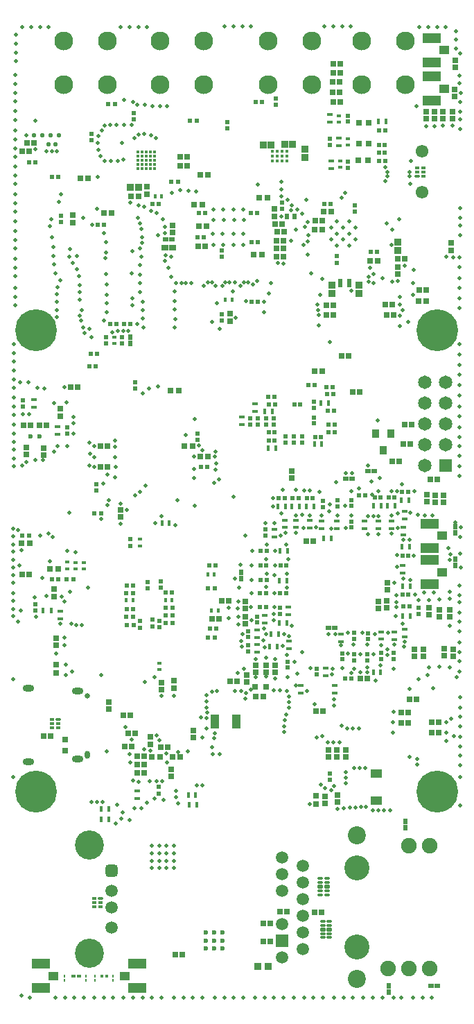
<source format=gbs>
G04*
G04 #@! TF.GenerationSoftware,Altium Limited,Altium Designer,24.9.1 (31)*
G04*
G04 Layer_Color=16711935*
%FSLAX44Y44*%
%MOMM*%
G71*
G04*
G04 #@! TF.SameCoordinates,418AA1D6-F79E-4CCF-963D-19B387831215*
G04*
G04*
G04 #@! TF.FilePolarity,Negative*
G04*
G01*
G75*
%ADD29R,0.6750X0.4500*%
%ADD30R,0.5000X0.4000*%
%ADD38R,0.7154X0.6725*%
%ADD39R,0.5200X0.5200*%
%ADD44R,0.6725X0.7154*%
%ADD49R,0.5541X0.4627*%
%ADD50R,0.2627X0.3541*%
%ADD52R,0.5200X0.5200*%
%ADD54R,0.4725X0.5153*%
%ADD69R,0.4000X0.5000*%
%ADD71R,0.6000X0.5500*%
%ADD84R,0.5153X0.4725*%
%ADD90R,0.5811X0.5121*%
%ADD93R,0.5121X0.5811*%
%ADD109R,1.1046X1.7062*%
%ADD122R,0.6153X0.5725*%
%ADD126R,0.4500X0.6750*%
%ADD135R,0.4100X0.6600*%
%ADD153R,0.6500X0.7000*%
%ADD154R,0.6200X0.6600*%
%ADD156R,0.6500X0.6500*%
%ADD157R,0.7500X0.7000*%
%ADD158R,0.8600X0.8200*%
%ADD160R,0.7000X0.7500*%
%ADD161R,0.7500X0.8000*%
%ADD162R,0.9000X1.0000*%
%ADD163R,0.7000X0.6500*%
%ADD166R,0.6500X0.6000*%
%ADD167R,0.8000X0.7500*%
%ADD175R,0.7750X0.7000*%
%ADD176R,0.6000X0.6500*%
%ADD180R,1.1500X1.1000*%
%ADD181R,2.3000X1.1500*%
%ADD194R,1.1500X1.1000*%
%ADD195R,2.3000X1.1500*%
%ADD197C,2.3000*%
G04:AMPARAMS|DCode=198|XSize=0.8mm|YSize=1.4mm|CornerRadius=0.4mm|HoleSize=0mm|Usage=FLASHONLY|Rotation=270.000|XOffset=0mm|YOffset=0mm|HoleType=Round|Shape=RoundedRectangle|*
%AMROUNDEDRECTD198*
21,1,0.8000,0.6000,0,0,270.0*
21,1,0.0000,1.4000,0,0,270.0*
1,1,0.8000,-0.3000,0.0000*
1,1,0.8000,-0.3000,0.0000*
1,1,0.8000,0.3000,0.0000*
1,1,0.8000,0.3000,0.0000*
%
%ADD198ROUNDEDRECTD198*%
G04:AMPARAMS|DCode=199|XSize=0.95mm|YSize=0.65mm|CornerRadius=0.325mm|HoleSize=0mm|Usage=FLASHONLY|Rotation=270.000|XOffset=0mm|YOffset=0mm|HoleType=Round|Shape=RoundedRectangle|*
%AMROUNDEDRECTD199*
21,1,0.9500,0.0000,0,0,270.0*
21,1,0.3000,0.6500,0,0,270.0*
1,1,0.6500,0.0000,-0.1500*
1,1,0.6500,0.0000,0.1500*
1,1,0.6500,0.0000,0.1500*
1,1,0.6500,0.0000,-0.1500*
%
%ADD199ROUNDEDRECTD199*%
%ADD200C,0.6500*%
%ADD201C,3.5500*%
G04:AMPARAMS|DCode=202|XSize=1.52mm|YSize=1.52mm|CornerRadius=0.405mm|HoleSize=0mm|Usage=FLASHONLY|Rotation=270.000|XOffset=0mm|YOffset=0mm|HoleType=Round|Shape=RoundedRectangle|*
%AMROUNDEDRECTD202*
21,1,1.5200,0.7100,0,0,270.0*
21,1,0.7100,1.5200,0,0,270.0*
1,1,0.8100,-0.3550,-0.3550*
1,1,0.8100,-0.3550,0.3550*
1,1,0.8100,0.3550,0.3550*
1,1,0.8100,0.3550,-0.3550*
%
%ADD202ROUNDEDRECTD202*%
%ADD203C,1.5200*%
%ADD204C,1.5000*%
%ADD205R,1.5000X1.5000*%
%ADD206C,2.2000*%
%ADD207C,1.9000*%
%ADD208C,3.0500*%
%ADD209C,0.5000*%
%ADD210R,1.6500X1.6500*%
%ADD211C,1.6500*%
%ADD212C,1.5500*%
%ADD213C,0.5064*%
%ADD214C,0.4064*%
%ADD215C,0.5500*%
%ADD216C,0.6000*%
%ADD217C,5.1000*%
%ADD245R,0.7000X0.7000*%
%ADD248R,0.7811X0.7121*%
%ADD250R,0.3500X0.4000*%
%ADD252R,0.8500X0.9000*%
%ADD257R,0.7000X0.7000*%
%ADD258R,1.3500X1.1000*%
%ADD259R,0.7393X0.6725*%
%ADD260R,0.5274X0.6725*%
%ADD261R,0.5000X1.0000*%
%ADD264R,0.6500X0.6500*%
%ADD265R,0.8200X0.8600*%
%ADD266R,0.8200X0.8200*%
%ADD267R,0.8500X0.8000*%
G04:AMPARAMS|DCode=268|XSize=0.4mm|YSize=0.62mm|CornerRadius=0.0995mm|HoleSize=0mm|Usage=FLASHONLY|Rotation=270.000|XOffset=0mm|YOffset=0mm|HoleType=Round|Shape=RoundedRectangle|*
%AMROUNDEDRECTD268*
21,1,0.4000,0.4210,0,0,270.0*
21,1,0.2010,0.6200,0,0,270.0*
1,1,0.1990,-0.2105,-0.1005*
1,1,0.1990,-0.2105,0.1005*
1,1,0.1990,0.2105,0.1005*
1,1,0.1990,0.2105,-0.1005*
%
%ADD268ROUNDEDRECTD268*%
G04:AMPARAMS|DCode=269|XSize=0.4mm|YSize=0.59mm|CornerRadius=0.0995mm|HoleSize=0mm|Usage=FLASHONLY|Rotation=270.000|XOffset=0mm|YOffset=0mm|HoleType=Round|Shape=RoundedRectangle|*
%AMROUNDEDRECTD269*
21,1,0.4000,0.3910,0,0,270.0*
21,1,0.2010,0.5900,0,0,270.0*
1,1,0.1990,-0.1955,-0.1005*
1,1,0.1990,-0.1955,0.1005*
1,1,0.1990,0.1955,0.1005*
1,1,0.1990,0.1955,-0.1005*
%
%ADD269ROUNDEDRECTD269*%
G04:AMPARAMS|DCode=270|XSize=0.3mm|YSize=0.665mm|CornerRadius=0.1mm|HoleSize=0mm|Usage=FLASHONLY|Rotation=270.000|XOffset=0mm|YOffset=0mm|HoleType=Round|Shape=RoundedRectangle|*
%AMROUNDEDRECTD270*
21,1,0.3000,0.4650,0,0,270.0*
21,1,0.1000,0.6650,0,0,270.0*
1,1,0.2000,-0.2325,-0.0500*
1,1,0.2000,-0.2325,0.0500*
1,1,0.2000,0.2325,0.0500*
1,1,0.2000,0.2325,-0.0500*
%
%ADD270ROUNDEDRECTD270*%
G04:AMPARAMS|DCode=271|XSize=0.5mm|YSize=0.665mm|CornerRadius=0.1mm|HoleSize=0mm|Usage=FLASHONLY|Rotation=270.000|XOffset=0mm|YOffset=0mm|HoleType=Round|Shape=RoundedRectangle|*
%AMROUNDEDRECTD271*
21,1,0.5000,0.4650,0,0,270.0*
21,1,0.3000,0.6650,0,0,270.0*
1,1,0.2000,-0.2325,-0.1500*
1,1,0.2000,-0.2325,0.1500*
1,1,0.2000,0.2325,0.1500*
1,1,0.2000,0.2325,-0.1500*
%
%ADD271ROUNDEDRECTD271*%
%ADD272R,0.7500X0.7500*%
%ADD273R,0.7500X0.7500*%
D29*
X395000Y795375D02*
D03*
Y804625D02*
D03*
X405000Y832625D02*
D03*
Y823375D02*
D03*
X394000Y861625D02*
D03*
Y852375D02*
D03*
X286000Y492375D02*
D03*
Y483125D02*
D03*
X302000Y508625D02*
D03*
Y499375D02*
D03*
X32000Y513589D02*
D03*
Y504339D02*
D03*
X314000Y250153D02*
D03*
Y240902D02*
D03*
X484830Y376875D02*
D03*
Y367625D02*
D03*
X483454Y348659D02*
D03*
Y357910D02*
D03*
X483000Y302000D02*
D03*
Y311250D02*
D03*
X485000Y233507D02*
D03*
Y224257D02*
D03*
X344101Y209375D02*
D03*
Y218625D02*
D03*
X304625Y205425D02*
D03*
Y214675D02*
D03*
Y232110D02*
D03*
Y222860D02*
D03*
X469000Y365625D02*
D03*
Y356375D02*
D03*
X453000Y365125D02*
D03*
Y355875D02*
D03*
X339000Y366625D02*
D03*
Y357375D02*
D03*
X369000Y365875D02*
D03*
Y356625D02*
D03*
X352000Y366625D02*
D03*
Y357375D02*
D03*
X388730Y176943D02*
D03*
Y186193D02*
D03*
X326238Y346125D02*
D03*
Y355375D02*
D03*
X407653Y218378D02*
D03*
Y227628D02*
D03*
X472353Y220382D02*
D03*
Y229632D02*
D03*
X383942Y365125D02*
D03*
Y355875D02*
D03*
X435754Y365443D02*
D03*
Y356194D02*
D03*
X456131Y221037D02*
D03*
Y230287D02*
D03*
X402000Y365625D02*
D03*
Y356375D02*
D03*
X343000Y260625D02*
D03*
Y251375D02*
D03*
X400000Y155375D02*
D03*
Y164625D02*
D03*
X357830Y155750D02*
D03*
Y165000D02*
D03*
X61193Y480250D02*
D03*
Y471000D02*
D03*
X157966Y26912D02*
D03*
Y36161D02*
D03*
X64080Y246393D02*
D03*
Y255643D02*
D03*
D30*
X406000Y796907D02*
D03*
Y804907D02*
D03*
X416000Y832000D02*
D03*
Y824000D02*
D03*
X405000Y860000D02*
D03*
Y852000D02*
D03*
X129964Y581770D02*
D03*
Y589770D02*
D03*
X185080Y184018D02*
D03*
X92760Y314655D02*
D03*
X82680D02*
D03*
X73080Y315018D02*
D03*
X162080Y343018D02*
D03*
X82680Y306655D02*
D03*
X92760D02*
D03*
X185080Y192018D02*
D03*
X73080Y307018D02*
D03*
X162080Y335018D02*
D03*
D38*
X216214Y456700D02*
D03*
X225786D02*
D03*
X307715Y760000D02*
D03*
X317286D02*
D03*
X237652Y751202D02*
D03*
X228081D02*
D03*
X300964Y690597D02*
D03*
X310536D02*
D03*
X395785Y742770D02*
D03*
X386214D02*
D03*
X384786Y720770D02*
D03*
X375215D02*
D03*
X502215Y634000D02*
D03*
X511786D02*
D03*
X452286Y683000D02*
D03*
X442715D02*
D03*
X26786Y338000D02*
D03*
X17215D02*
D03*
X51876Y307222D02*
D03*
X61447D02*
D03*
D39*
X240000Y712000D02*
D03*
X232000D02*
D03*
X123000Y874000D02*
D03*
X131000D02*
D03*
X223000Y854000D02*
D03*
X231000D02*
D03*
X311000Y877000D02*
D03*
X303000D02*
D03*
X192874Y277757D02*
D03*
X200874D02*
D03*
X193393Y259429D02*
D03*
X201393D02*
D03*
X153759Y238398D02*
D03*
X145759D02*
D03*
X153067Y248140D02*
D03*
X145067D02*
D03*
X62000Y785000D02*
D03*
X54000D02*
D03*
X132964Y605589D02*
D03*
X124964D02*
D03*
X141964Y605589D02*
D03*
X149964D02*
D03*
X107469Y553770D02*
D03*
X99469D02*
D03*
X109262Y569495D02*
D03*
X101262D02*
D03*
X305750Y705596D02*
D03*
X297750D02*
D03*
X298000Y633000D02*
D03*
X306000D02*
D03*
X304750Y741096D02*
D03*
X296750D02*
D03*
X241500D02*
D03*
X233500D02*
D03*
X451500Y694270D02*
D03*
X443500D02*
D03*
X118000Y727250D02*
D03*
X110000D02*
D03*
X26000Y348000D02*
D03*
X18000D02*
D03*
X145190Y286672D02*
D03*
X153190D02*
D03*
X145000Y277623D02*
D03*
X153000D02*
D03*
X246080Y311018D02*
D03*
X254080D02*
D03*
X201330Y250415D02*
D03*
X193330D02*
D03*
X201181Y241164D02*
D03*
X193181D02*
D03*
X245080Y283018D02*
D03*
X253080D02*
D03*
X145314Y257487D02*
D03*
X153314D02*
D03*
X245080Y223018D02*
D03*
X253080D02*
D03*
X255080Y234018D02*
D03*
X53876Y294426D02*
D03*
X80080D02*
D03*
X72080D02*
D03*
X247080Y234018D02*
D03*
X61876Y294426D02*
D03*
D44*
X170000Y773810D02*
D03*
Y764238D02*
D03*
X326000Y746786D02*
D03*
Y737214D02*
D03*
X64000Y493214D02*
D03*
Y502785D02*
D03*
X377000Y29786D02*
D03*
Y20215D02*
D03*
X272000Y609215D02*
D03*
Y618786D02*
D03*
X542000Y704786D02*
D03*
Y695214D02*
D03*
D49*
X87543Y-189750D02*
D03*
X80457D02*
D03*
D50*
X96000Y-190207D02*
D03*
Y-195293D02*
D03*
X129000Y-190207D02*
D03*
Y-195293D02*
D03*
X107000Y-190207D02*
D03*
Y-195293D02*
D03*
X69000Y-190207D02*
D03*
Y-195293D02*
D03*
D52*
X102750Y838000D02*
D03*
Y830000D02*
D03*
X154000Y855546D02*
D03*
Y863546D02*
D03*
X268000Y852608D02*
D03*
Y844608D02*
D03*
X162072Y243288D02*
D03*
Y235289D02*
D03*
X108000Y410609D02*
D03*
Y402609D02*
D03*
X73000Y480000D02*
D03*
Y472000D02*
D03*
X18714Y505000D02*
D03*
Y513000D02*
D03*
X155964Y526770D02*
D03*
Y534770D02*
D03*
X328000Y873000D02*
D03*
Y881000D02*
D03*
X261400Y610000D02*
D03*
Y618000D02*
D03*
X261192Y695596D02*
D03*
Y687596D02*
D03*
X402000Y688500D02*
D03*
Y680500D02*
D03*
X424000Y742770D02*
D03*
Y750770D02*
D03*
X34080Y256018D02*
D03*
Y264018D02*
D03*
X335000Y746362D02*
D03*
Y754362D02*
D03*
X65000Y738000D02*
D03*
Y730000D02*
D03*
X184768Y41037D02*
D03*
Y33037D02*
D03*
X185657Y235455D02*
D03*
Y243455D02*
D03*
X186719Y291699D02*
D03*
Y283699D02*
D03*
X170980Y291238D02*
D03*
Y283238D02*
D03*
X176613Y236889D02*
D03*
Y244889D02*
D03*
X150080Y335018D02*
D03*
Y343018D02*
D03*
D54*
X120219Y589556D02*
D03*
Y581985D02*
D03*
X139719D02*
D03*
Y589556D02*
D03*
D69*
X188000Y762000D02*
D03*
X180000D02*
D03*
X274179Y635113D02*
D03*
X266180D02*
D03*
X244680Y300018D02*
D03*
X252680D02*
D03*
X249080Y256018D02*
D03*
X257080D02*
D03*
X145013Y268478D02*
D03*
X153013D02*
D03*
X200951Y268572D02*
D03*
X192951D02*
D03*
D71*
X26645Y803000D02*
D03*
X34145D02*
D03*
X243750Y431000D02*
D03*
X236250D02*
D03*
D84*
X184701Y752681D02*
D03*
X177130D02*
D03*
X394686Y752688D02*
D03*
X387114D02*
D03*
D90*
X460750Y814618D02*
D03*
X453439D02*
D03*
X460750Y824547D02*
D03*
X453439D02*
D03*
X461000Y842000D02*
D03*
X453689D02*
D03*
X461014Y804727D02*
D03*
X453703D02*
D03*
X319039Y473876D02*
D03*
X326349D02*
D03*
X319039Y464000D02*
D03*
X326349D02*
D03*
X357655Y508000D02*
D03*
X350345D02*
D03*
X397655Y520000D02*
D03*
X390345D02*
D03*
X392345Y483000D02*
D03*
X399655D02*
D03*
X319345Y508000D02*
D03*
X326655D02*
D03*
X392345Y474000D02*
D03*
X399655D02*
D03*
X375650Y468146D02*
D03*
X382960D02*
D03*
X489188Y401051D02*
D03*
X481878D02*
D03*
X482345Y323382D02*
D03*
X489655D02*
D03*
X482345Y275274D02*
D03*
X489655D02*
D03*
X490656Y261040D02*
D03*
X483344D02*
D03*
X455655Y394000D02*
D03*
X448345D02*
D03*
X465344D02*
D03*
X472656D02*
D03*
X372655Y393000D02*
D03*
X365345D02*
D03*
X348344D02*
D03*
X355656D02*
D03*
X338655D02*
D03*
X331345D02*
D03*
X332847Y276994D02*
D03*
X340158D02*
D03*
X429344Y397000D02*
D03*
X436655D02*
D03*
X309345Y329000D02*
D03*
X316655D02*
D03*
X309345Y293000D02*
D03*
X316655D02*
D03*
X308363Y277000D02*
D03*
X315673D02*
D03*
X333345Y311000D02*
D03*
X340655D02*
D03*
X308852D02*
D03*
X316162D02*
D03*
X308344Y260000D02*
D03*
X315656D02*
D03*
X412345Y173000D02*
D03*
X419655D02*
D03*
X325905Y517000D02*
D03*
X318594D02*
D03*
X374655Y531000D02*
D03*
X367345D02*
D03*
X389595Y529000D02*
D03*
X396905D02*
D03*
X391345Y500000D02*
D03*
X398655D02*
D03*
D93*
X416000Y796502D02*
D03*
Y803812D02*
D03*
X394000Y831655D02*
D03*
Y824345D02*
D03*
X415926Y860186D02*
D03*
Y852875D02*
D03*
X360198Y461212D02*
D03*
Y468523D02*
D03*
X339902Y460964D02*
D03*
Y468275D02*
D03*
X296000Y483345D02*
D03*
Y490655D02*
D03*
X305903Y490655D02*
D03*
Y483344D02*
D03*
X315497Y490655D02*
D03*
Y483345D02*
D03*
X325000D02*
D03*
Y490655D02*
D03*
X232000Y464344D02*
D03*
Y471655D02*
D03*
X350000Y468655D02*
D03*
Y461344D02*
D03*
X374000Y510655D02*
D03*
Y503345D02*
D03*
X304508Y248655D02*
D03*
Y241345D02*
D03*
X294000Y206345D02*
D03*
Y213655D02*
D03*
X294063Y231140D02*
D03*
Y223829D02*
D03*
X377232Y177845D02*
D03*
Y185156D02*
D03*
X315238Y347845D02*
D03*
Y355155D02*
D03*
X342000Y186345D02*
D03*
Y193655D02*
D03*
X456000Y197094D02*
D03*
Y204405D02*
D03*
X385000Y389655D02*
D03*
Y382345D02*
D03*
X472000Y197094D02*
D03*
Y204405D02*
D03*
X409000Y196595D02*
D03*
Y203905D02*
D03*
X403000Y390745D02*
D03*
Y383433D02*
D03*
X420225Y364905D02*
D03*
Y357595D02*
D03*
X420000Y391038D02*
D03*
Y383728D02*
D03*
X423000Y221345D02*
D03*
Y228655D02*
D03*
X423125Y195143D02*
D03*
Y202453D02*
D03*
X440624Y221121D02*
D03*
Y228432D02*
D03*
X439000Y195413D02*
D03*
Y202723D02*
D03*
X332376Y259655D02*
D03*
Y252345D02*
D03*
X502000Y259311D02*
D03*
Y252000D02*
D03*
X394000Y49681D02*
D03*
Y56991D02*
D03*
X374000Y491655D02*
D03*
Y484345D02*
D03*
D109*
X252992Y121000D02*
D03*
X279008D02*
D03*
D122*
X199714Y779458D02*
D03*
X208286D02*
D03*
X114285Y374525D02*
D03*
X105715D02*
D03*
D126*
X462000Y853000D02*
D03*
X452750D02*
D03*
X318020Y454107D02*
D03*
X327271D02*
D03*
X383930Y459000D02*
D03*
X374680D02*
D03*
X382375Y509000D02*
D03*
X391625D02*
D03*
X329625Y212000D02*
D03*
X320375D02*
D03*
X395390Y344308D02*
D03*
X386140D02*
D03*
X323625Y499000D02*
D03*
X314375D02*
D03*
X197625Y363000D02*
D03*
X188375D02*
D03*
X455875Y180636D02*
D03*
X446625D02*
D03*
X331972Y240655D02*
D03*
X341222D02*
D03*
X490239Y391051D02*
D03*
X480989D02*
D03*
X482125Y334000D02*
D03*
X491375D02*
D03*
X482375Y285423D02*
D03*
X491625D02*
D03*
Y249000D02*
D03*
X482375D02*
D03*
X322125Y227000D02*
D03*
X331375D02*
D03*
X456625Y384426D02*
D03*
X447375D02*
D03*
X464375D02*
D03*
X473625D02*
D03*
X374090Y383375D02*
D03*
X364840D02*
D03*
X347375D02*
D03*
X356625D02*
D03*
X339822Y383250D02*
D03*
X330573D02*
D03*
X333125Y329000D02*
D03*
X342375D02*
D03*
X331625Y292867D02*
D03*
X340875D02*
D03*
X123768Y1411D02*
D03*
X114518D02*
D03*
X123768Y14412D02*
D03*
X114518D02*
D03*
X230790Y19287D02*
D03*
X221540D02*
D03*
X229837Y30787D02*
D03*
X220587D02*
D03*
D135*
X42868Y255975D02*
D03*
X52968D02*
D03*
D153*
X546000Y883750D02*
D03*
Y892250D02*
D03*
X124000Y135750D02*
D03*
Y144250D02*
D03*
X547000Y918750D02*
D03*
Y927250D02*
D03*
X138250Y379000D02*
D03*
Y370500D02*
D03*
X201250Y717750D02*
D03*
Y726250D02*
D03*
X477000Y666750D02*
D03*
Y675250D02*
D03*
X59000Y213750D02*
D03*
Y222250D02*
D03*
D154*
X149964Y589670D02*
D03*
Y581870D02*
D03*
D156*
X512000Y388970D02*
D03*
Y397970D02*
D03*
X532735Y387970D02*
D03*
Y396970D02*
D03*
D157*
X142893Y90412D02*
D03*
X151393D02*
D03*
X147052Y106412D02*
D03*
X155552D02*
D03*
X27836Y482375D02*
D03*
X19336D02*
D03*
X321250Y-148000D02*
D03*
X312750D02*
D03*
X383949Y548000D02*
D03*
X375449D02*
D03*
X484750Y482750D02*
D03*
X493250D02*
D03*
X321250Y-126000D02*
D03*
X312750D02*
D03*
X341250Y-111000D02*
D03*
X332750D02*
D03*
X374750Y-112000D02*
D03*
X383250D02*
D03*
X364750Y341000D02*
D03*
X373250D02*
D03*
X483550Y459000D02*
D03*
X492050D02*
D03*
X525250Y416000D02*
D03*
X516750D02*
D03*
X478250Y438000D02*
D03*
X469750D02*
D03*
X439250Y173000D02*
D03*
X430750D02*
D03*
X47264Y482000D02*
D03*
X38764D02*
D03*
X385250Y133000D02*
D03*
X376750D02*
D03*
X113750Y457000D02*
D03*
X122250D02*
D03*
X244250Y444000D02*
D03*
X235750D02*
D03*
X113750Y431000D02*
D03*
X122250D02*
D03*
X271437Y169750D02*
D03*
X279938D02*
D03*
X241000Y701078D02*
D03*
X232500D02*
D03*
X328750Y688000D02*
D03*
X337250D02*
D03*
X384250Y731770D02*
D03*
X375750D02*
D03*
X502750Y647000D02*
D03*
X511250D02*
D03*
X141495Y128066D02*
D03*
X149994D02*
D03*
X489500Y132000D02*
D03*
Y119000D02*
D03*
X518501Y120000D02*
D03*
Y107300D02*
D03*
X481000Y132000D02*
D03*
Y119000D02*
D03*
X527000Y120000D02*
D03*
Y107300D02*
D03*
X491300Y147520D02*
D03*
X499800D02*
D03*
D158*
X348277Y824754D02*
D03*
X338477D02*
D03*
X312100Y824000D02*
D03*
X321900D02*
D03*
X150260Y772362D02*
D03*
X160060D02*
D03*
D160*
X227247Y109661D02*
D03*
Y101161D02*
D03*
X203000Y161750D02*
D03*
Y170250D02*
D03*
X188169Y159750D02*
D03*
Y168250D02*
D03*
X521750Y856208D02*
D03*
Y864707D02*
D03*
X511000Y856208D02*
D03*
Y864707D02*
D03*
X290492Y248500D02*
D03*
Y240000D02*
D03*
X290000Y267250D02*
D03*
Y258750D02*
D03*
X303000Y180750D02*
D03*
Y189250D02*
D03*
X522000Y396720D02*
D03*
Y388220D02*
D03*
X347000Y417750D02*
D03*
Y426250D02*
D03*
X463000Y268373D02*
D03*
Y259873D02*
D03*
X327000Y180961D02*
D03*
Y189461D02*
D03*
X316000Y180961D02*
D03*
Y189461D02*
D03*
X497000Y200500D02*
D03*
Y209000D02*
D03*
X515000Y259250D02*
D03*
Y250750D02*
D03*
X544000Y209000D02*
D03*
Y200500D02*
D03*
X533000Y209250D02*
D03*
Y200750D02*
D03*
X508000Y209000D02*
D03*
Y200500D02*
D03*
X540050Y257250D02*
D03*
Y248750D02*
D03*
X527350Y257250D02*
D03*
Y248750D02*
D03*
X23000Y454831D02*
D03*
Y446331D02*
D03*
X44344Y454250D02*
D03*
Y445750D02*
D03*
X388000Y20750D02*
D03*
Y29250D02*
D03*
X403075Y31250D02*
D03*
Y22750D02*
D03*
X413000Y86250D02*
D03*
Y77750D02*
D03*
X402000Y86250D02*
D03*
Y77750D02*
D03*
X392000Y86222D02*
D03*
Y77721D02*
D03*
X292033Y177284D02*
D03*
Y168783D02*
D03*
X453000Y267373D02*
D03*
Y258873D02*
D03*
X532000Y856208D02*
D03*
Y864707D02*
D03*
X543196Y856457D02*
D03*
Y864957D02*
D03*
X200143Y53684D02*
D03*
Y62185D02*
D03*
X464000Y281750D02*
D03*
Y290250D02*
D03*
D161*
X79500Y738750D02*
D03*
Y729250D02*
D03*
X59000Y189750D02*
D03*
Y180250D02*
D03*
X57125Y272874D02*
D03*
Y282374D02*
D03*
D162*
X459000Y452000D02*
D03*
X468500Y472000D02*
D03*
X449500D02*
D03*
D163*
X219250Y810000D02*
D03*
X210750D02*
D03*
X430250Y523000D02*
D03*
X421750D02*
D03*
X416250Y567000D02*
D03*
X407750D02*
D03*
X398000Y923343D02*
D03*
X406500D02*
D03*
X398000Y912343D02*
D03*
X406500D02*
D03*
X397250Y889000D02*
D03*
X405750D02*
D03*
X398000Y877000D02*
D03*
X406500D02*
D03*
X397250Y901000D02*
D03*
X405750D02*
D03*
X52250Y103000D02*
D03*
X43750D02*
D03*
X23750Y827000D02*
D03*
X32250D02*
D03*
X210750Y799000D02*
D03*
X219250D02*
D03*
X235750Y788000D02*
D03*
X244250D02*
D03*
X26250Y300000D02*
D03*
X17750D02*
D03*
X157893Y58161D02*
D03*
X166393D02*
D03*
X213250Y-164170D02*
D03*
X204750D02*
D03*
X398250Y616650D02*
D03*
X389750D02*
D03*
X470300Y629350D02*
D03*
X461800D02*
D03*
X195393Y89411D02*
D03*
X186893D02*
D03*
X76714Y528770D02*
D03*
X85214D02*
D03*
X326885Y728167D02*
D03*
X335385D02*
D03*
X338134Y718211D02*
D03*
X329634D02*
D03*
X270330Y268018D02*
D03*
X261829D02*
D03*
X328384Y707826D02*
D03*
X336884D02*
D03*
X337250Y698000D02*
D03*
X328750D02*
D03*
X485250Y685000D02*
D03*
X476750D02*
D03*
X398200Y629000D02*
D03*
X389700D02*
D03*
X462750Y616650D02*
D03*
X471250D02*
D03*
X257896Y246331D02*
D03*
X249396D02*
D03*
X157893Y68161D02*
D03*
X166393D02*
D03*
Y78662D02*
D03*
X157893D02*
D03*
D166*
X193250Y709000D02*
D03*
X200750D02*
D03*
X524750Y-202250D02*
D03*
X517250D02*
D03*
X392250Y235000D02*
D03*
X399750D02*
D03*
X413250Y417000D02*
D03*
X420750D02*
D03*
X440000Y426000D02*
D03*
X447500D02*
D03*
D167*
X185893Y77411D02*
D03*
X176393D02*
D03*
X208797Y524770D02*
D03*
X199297D02*
D03*
X243311Y725036D02*
D03*
X233811D02*
D03*
X117250Y741000D02*
D03*
X126750D02*
D03*
X98000Y783765D02*
D03*
X88500D02*
D03*
D175*
X441000Y851000D02*
D03*
X429000D02*
D03*
X441000Y826000D02*
D03*
X429000D02*
D03*
X440625Y805657D02*
D03*
X428625D02*
D03*
D176*
X486000Y-1250D02*
D03*
Y-8750D02*
D03*
X466000Y-209750D02*
D03*
Y-202250D02*
D03*
X285000Y295500D02*
D03*
Y303000D02*
D03*
X547000Y318750D02*
D03*
Y311250D02*
D03*
Y358500D02*
D03*
Y351000D02*
D03*
D180*
X531250Y347250D02*
D03*
X142750Y-189750D02*
D03*
X56250Y-189750D02*
D03*
X531250Y303000D02*
D03*
D181*
X516000Y362000D02*
D03*
Y332500D02*
D03*
X158000Y-175000D02*
D03*
Y-204500D02*
D03*
X41000Y-204500D02*
D03*
Y-175000D02*
D03*
X516000Y317750D02*
D03*
Y288250D02*
D03*
D194*
X533250Y893000D02*
D03*
Y940000D02*
D03*
D195*
X518000Y878250D02*
D03*
Y907750D02*
D03*
Y954750D02*
D03*
Y925250D02*
D03*
D197*
X371650Y898350D02*
D03*
X318350D02*
D03*
X371650Y951650D02*
D03*
X318350D02*
D03*
X432350D02*
D03*
X485650D02*
D03*
X432350Y898350D02*
D03*
X485650D02*
D03*
X239300D02*
D03*
X186000D02*
D03*
X239300Y951650D02*
D03*
X186000D02*
D03*
X121650Y898350D02*
D03*
X68350D02*
D03*
X121650Y951650D02*
D03*
X68350D02*
D03*
D198*
X25624Y71473D02*
D03*
Y161273D02*
D03*
X85124Y75073D02*
D03*
Y157673D02*
D03*
D199*
X97624Y80373D02*
D03*
D200*
Y152373D02*
D03*
D201*
X99800Y-161700D02*
D03*
Y-30300D02*
D03*
D202*
X126900Y-61000D02*
D03*
D203*
Y-131000D02*
D03*
Y-86000D02*
D03*
Y-106000D02*
D03*
D204*
X335660Y-126136D02*
D03*
X361060Y-156616D02*
D03*
Y-136296D02*
D03*
Y-115976D02*
D03*
Y-95656D02*
D03*
Y-75336D02*
D03*
X335660Y-166776D02*
D03*
Y-85496D02*
D03*
Y-65176D02*
D03*
X361060Y-55016D02*
D03*
X335660Y-44856D02*
D03*
D205*
Y-146456D02*
D03*
D206*
X427100Y-17932D02*
D03*
Y-193700D02*
D03*
D207*
X516000Y-30632D02*
D03*
X490600D02*
D03*
Y-181000D02*
D03*
X516000D02*
D03*
X465200D02*
D03*
D208*
X427100Y-57556D02*
D03*
Y-154076D02*
D03*
D209*
X402500Y731270D02*
D03*
X395000Y723770D02*
D03*
Y708770D02*
D03*
X410000D02*
D03*
X402500Y701270D02*
D03*
X417500D02*
D03*
X425000Y708770D02*
D03*
Y723770D02*
D03*
X410000D02*
D03*
X417500Y731270D02*
D03*
Y716270D02*
D03*
X402500D02*
D03*
X47500Y816700D02*
D03*
X54000D02*
D03*
X60500D02*
D03*
X22450Y836500D02*
D03*
X34250Y853500D02*
D03*
Y819500D02*
D03*
X176000Y-58200D02*
D03*
Y-49200D02*
D03*
Y-40200D02*
D03*
Y-31200D02*
D03*
X185000Y-58200D02*
D03*
Y-49200D02*
D03*
Y-40200D02*
D03*
Y-31200D02*
D03*
X194000Y-58200D02*
D03*
Y-49200D02*
D03*
Y-40200D02*
D03*
Y-31200D02*
D03*
X203000Y-58200D02*
D03*
Y-49200D02*
D03*
Y-40200D02*
D03*
Y-31200D02*
D03*
D210*
X535400Y432800D02*
D03*
D211*
Y458200D02*
D03*
Y483600D02*
D03*
Y509000D02*
D03*
Y534400D02*
D03*
X510000Y432800D02*
D03*
Y458200D02*
D03*
Y483600D02*
D03*
Y509000D02*
D03*
Y534400D02*
D03*
D212*
X506500Y817000D02*
D03*
Y767000D02*
D03*
D213*
X192000Y683000D02*
D03*
X200000Y688000D02*
D03*
X192750Y689793D02*
D03*
X144143Y114099D02*
D03*
X499443Y871450D02*
D03*
X236000Y125411D02*
D03*
X552379Y900000D02*
D03*
X553394Y888021D02*
D03*
X552379Y909000D02*
D03*
X553000Y856000D02*
D03*
Y844000D02*
D03*
Y877000D02*
D03*
Y865000D02*
D03*
X548000Y963000D02*
D03*
Y953000D02*
D03*
Y942000D02*
D03*
X553000Y936000D02*
D03*
X535000Y968000D02*
D03*
X525000D02*
D03*
X514000D02*
D03*
X503000Y968000D02*
D03*
X419000Y969000D02*
D03*
X409000D02*
D03*
X398000D02*
D03*
X387000Y969000D02*
D03*
X297000Y969000D02*
D03*
X287000D02*
D03*
X276000D02*
D03*
X265000Y969000D02*
D03*
X170000Y968000D02*
D03*
X160000D02*
D03*
X149000D02*
D03*
X138000Y968000D02*
D03*
X50000Y968000D02*
D03*
X40000D02*
D03*
X29000D02*
D03*
X18000Y968000D02*
D03*
X10000Y927000D02*
D03*
Y937000D02*
D03*
Y948000D02*
D03*
X10000Y959000D02*
D03*
X9000Y910000D02*
D03*
X9000Y899000D02*
D03*
Y888000D02*
D03*
Y878000D02*
D03*
Y855000D02*
D03*
Y866000D02*
D03*
X142000Y879000D02*
D03*
X109351Y746520D02*
D03*
X13000Y242449D02*
D03*
X352000Y721000D02*
D03*
X192000Y717000D02*
D03*
X79000Y182000D02*
D03*
X141496Y806665D02*
D03*
X135000Y805000D02*
D03*
X139522Y826419D02*
D03*
X126159Y805040D02*
D03*
X118159D02*
D03*
X113159Y811040D02*
D03*
X111159Y818040D02*
D03*
X110159Y826419D02*
D03*
X111159Y835040D02*
D03*
X115159Y842040D02*
D03*
X118159Y848040D02*
D03*
X124909Y849075D02*
D03*
X133070Y849036D02*
D03*
X141958Y849035D02*
D03*
X151837Y848797D02*
D03*
X184000Y714000D02*
D03*
X167000Y749000D02*
D03*
X110000Y785000D02*
D03*
X195000Y872000D02*
D03*
X186000D02*
D03*
X177000D02*
D03*
X168000Y873000D02*
D03*
X158400D02*
D03*
X153000Y877171D02*
D03*
X181500Y833000D02*
D03*
X175250Y836000D02*
D03*
X167096Y838129D02*
D03*
X159926Y837013D02*
D03*
X155000Y833000D02*
D03*
X238000Y451920D02*
D03*
X234000Y457372D02*
D03*
X297000Y160000D02*
D03*
X77586Y239909D02*
D03*
X278000Y158000D02*
D03*
X168000Y169000D02*
D03*
X276131Y395090D02*
D03*
X455000Y418000D02*
D03*
X394000Y583526D02*
D03*
X285531Y158000D02*
D03*
X290000Y149000D02*
D03*
X184000Y530000D02*
D03*
X173000Y527000D02*
D03*
X165000Y521000D02*
D03*
X472000Y-216160D02*
D03*
X458000D02*
D03*
X326091Y299556D02*
D03*
X237503Y43086D02*
D03*
X134927Y597262D02*
D03*
X141219Y597357D02*
D03*
X69022Y267141D02*
D03*
X378191Y629855D02*
D03*
X362845Y724719D02*
D03*
X483621Y342701D02*
D03*
X446821Y371535D02*
D03*
X439640Y180607D02*
D03*
X285212Y218643D02*
D03*
X540050Y237230D02*
D03*
X17879Y433000D02*
D03*
X13000Y354000D02*
D03*
X469046Y372436D02*
D03*
X439046Y186880D02*
D03*
X334823Y736763D02*
D03*
X342806Y318640D02*
D03*
X203184Y151863D02*
D03*
X188169Y152230D02*
D03*
X284378Y312124D02*
D03*
X277886Y294879D02*
D03*
X392177Y227408D02*
D03*
X193685Y81653D02*
D03*
X174188Y84974D02*
D03*
X185143Y97411D02*
D03*
X182143Y103412D02*
D03*
X149143Y80649D02*
D03*
X151302Y98413D02*
D03*
X65770Y273000D02*
D03*
X316000Y198469D02*
D03*
X327000Y173000D02*
D03*
X472673Y290250D02*
D03*
X449681Y171000D02*
D03*
X485250Y677000D02*
D03*
X270330Y259352D02*
D03*
X122250Y422230D02*
D03*
X131000Y463760D02*
D03*
X346298Y707205D02*
D03*
X336891Y679386D02*
D03*
X329956Y680451D02*
D03*
X23000Y437029D02*
D03*
X395337Y37000D02*
D03*
X405622Y95085D02*
D03*
X398333D02*
D03*
X346000Y744605D02*
D03*
X51876Y316000D02*
D03*
X42228Y296000D02*
D03*
X33000Y272000D02*
D03*
X147364Y597770D02*
D03*
X399000Y147902D02*
D03*
X347065Y237533D02*
D03*
X324797Y244030D02*
D03*
X313668Y234360D02*
D03*
X341000Y202000D02*
D03*
X496114Y323049D02*
D03*
X491375Y342378D02*
D03*
X498000Y275274D02*
D03*
X334230Y375023D02*
D03*
X544000Y687000D02*
D03*
X399000Y42000D02*
D03*
X313731Y210919D02*
D03*
X448575Y227511D02*
D03*
X464657Y229000D02*
D03*
X455875Y189000D02*
D03*
X365000Y757000D02*
D03*
X334000Y769768D02*
D03*
X334000Y779000D02*
D03*
X54000Y712000D02*
D03*
X211000Y769000D02*
D03*
X221000Y768000D02*
D03*
X230000Y767621D02*
D03*
X150000Y754148D02*
D03*
X160000Y750326D02*
D03*
X175000Y744000D02*
D03*
X182000Y741000D02*
D03*
X190000Y734000D02*
D03*
X192000Y724000D02*
D03*
X196000Y674000D02*
D03*
X200122Y663122D02*
D03*
X204000Y646000D02*
D03*
Y634000D02*
D03*
Y624000D02*
D03*
X205000Y612000D02*
D03*
X204000Y602000D02*
D03*
X162000Y729000D02*
D03*
X163000Y722000D02*
D03*
X164000Y705000D02*
D03*
X162000Y698000D02*
D03*
X163000Y688000D02*
D03*
X162000Y678000D02*
D03*
Y666000D02*
D03*
Y656000D02*
D03*
Y645000D02*
D03*
X165000Y632986D02*
D03*
Y623000D02*
D03*
Y613000D02*
D03*
X166000Y602000D02*
D03*
X128123Y595592D02*
D03*
X75980Y697000D02*
D03*
X63000Y755000D02*
D03*
X65000Y764000D02*
D03*
X119798Y705810D02*
D03*
X120000Y693000D02*
D03*
X119527Y686420D02*
D03*
X120411Y667118D02*
D03*
X121000Y654000D02*
D03*
Y641000D02*
D03*
Y631000D02*
D03*
Y620367D02*
D03*
X100000Y599520D02*
D03*
X102030Y590000D02*
D03*
X88000Y635515D02*
D03*
Y645000D02*
D03*
X87000Y664327D02*
D03*
X84475Y673000D02*
D03*
X79888Y680000D02*
D03*
X75000Y688000D02*
D03*
X56000Y700000D02*
D03*
Y689000D02*
D03*
X57000Y679000D02*
D03*
X58000Y668000D02*
D03*
X64000Y659476D02*
D03*
X61000Y651000D02*
D03*
X60000Y642000D02*
D03*
Y633000D02*
D03*
Y623000D02*
D03*
Y614044D02*
D03*
X94000Y595000D02*
D03*
X92000Y602000D02*
D03*
X205285Y360352D02*
D03*
X538351Y332250D02*
D03*
X381644Y641112D02*
D03*
X375000Y141770D02*
D03*
X384500Y102989D02*
D03*
X208519Y83455D02*
D03*
X483125Y295129D02*
D03*
X475000Y275000D02*
D03*
X98241Y284018D02*
D03*
X476241Y356581D02*
D03*
X315762Y284826D02*
D03*
X326357Y277203D02*
D03*
X403000Y372253D02*
D03*
X352000Y351379D02*
D03*
X339622Y350969D02*
D03*
X383149Y371897D02*
D03*
X326465Y311203D02*
D03*
X445050Y397556D02*
D03*
X336056Y213056D02*
D03*
X326045Y260091D02*
D03*
X472382Y214470D02*
D03*
X456028Y214198D02*
D03*
X407567Y213924D02*
D03*
X415645Y203493D02*
D03*
X439128Y214330D02*
D03*
X422884D02*
D03*
X362085Y402901D02*
D03*
X536000Y688000D02*
D03*
X114000Y177000D02*
D03*
X156000Y397000D02*
D03*
X162000Y401000D02*
D03*
X168223Y408223D02*
D03*
X229000Y490000D02*
D03*
X289000Y185000D02*
D03*
X281000Y180000D02*
D03*
X228409Y383815D02*
D03*
X377615Y101219D02*
D03*
X369215Y20215D02*
D03*
X519551Y161551D02*
D03*
X220143Y84382D02*
D03*
X238143Y101172D02*
D03*
X493000Y805000D02*
D03*
X492000Y777000D02*
D03*
X491212Y791328D02*
D03*
Y786172D02*
D03*
X305750Y776000D02*
D03*
X207000Y391000D02*
D03*
X379000Y623000D02*
D03*
X469000Y702500D02*
D03*
X458000Y662000D02*
D03*
X443000Y674000D02*
D03*
X483000Y623000D02*
D03*
X489026Y607974D02*
D03*
X470000Y721000D02*
D03*
X334000Y762000D02*
D03*
X371000Y667299D02*
D03*
X463000Y729000D02*
D03*
X270000Y247000D02*
D03*
X14750Y311000D02*
D03*
X50000Y350000D02*
D03*
X91000Y238170D02*
D03*
X64000Y240000D02*
D03*
X179119Y175295D02*
D03*
X252000Y412000D02*
D03*
X152244Y628948D02*
D03*
X91000Y623000D02*
D03*
X254000Y428000D02*
D03*
X55000Y346000D02*
D03*
X384193Y660577D02*
D03*
X419667Y646571D02*
D03*
X100207Y432964D02*
D03*
X101000Y447528D02*
D03*
X100000Y461000D02*
D03*
X106000Y431000D02*
D03*
Y443000D02*
D03*
X105419Y457000D02*
D03*
X258000Y416145D02*
D03*
X255000Y436000D02*
D03*
X254000Y450000D02*
D03*
X253000Y444000D02*
D03*
X288422Y657000D02*
D03*
X293578D02*
D03*
X282000Y267000D02*
D03*
Y248875D02*
D03*
X281000Y259000D02*
D03*
X69295Y528770D02*
D03*
X470000Y657378D02*
D03*
X477000Y658000D02*
D03*
X431000Y180636D02*
D03*
X540000Y279000D02*
D03*
X303000Y174649D02*
D03*
X316000Y175333D02*
D03*
X327000Y197034D02*
D03*
X303000Y197000D02*
D03*
X540379Y318000D02*
D03*
X547000Y364000D02*
D03*
X413250Y423987D02*
D03*
X420750Y424124D02*
D03*
X440000Y433000D02*
D03*
X452000Y488337D02*
D03*
X80000Y492000D02*
D03*
X440318Y349000D02*
D03*
X340875Y300780D02*
D03*
X469000Y350000D02*
D03*
X453000Y349000D02*
D03*
X325000Y159000D02*
D03*
X218000Y470123D02*
D03*
X351925Y165000D02*
D03*
X536000Y97000D02*
D03*
X471000Y107300D02*
D03*
X548270Y174988D02*
D03*
X513334Y177135D02*
D03*
X502000Y172362D02*
D03*
X84000Y238000D02*
D03*
X16000Y256000D02*
D03*
X47000Y274000D02*
D03*
X83000Y327248D02*
D03*
X73080Y329000D02*
D03*
X76000Y279000D02*
D03*
X180681Y363000D02*
D03*
X188000Y371000D02*
D03*
X495000Y656000D02*
D03*
X255900Y631000D02*
D03*
X278861Y613747D02*
D03*
X258800Y600000D02*
D03*
X250000Y608731D02*
D03*
X275000Y646000D02*
D03*
X319000Y643000D02*
D03*
X313000Y620000D02*
D03*
X313148Y633000D02*
D03*
X291217Y634000D02*
D03*
X342000Y757000D02*
D03*
X347000Y751000D02*
D03*
X353614Y745379D02*
D03*
X359683Y740444D02*
D03*
X118000Y610000D02*
D03*
X158000Y605589D02*
D03*
X17000Y330000D02*
D03*
X33430Y440174D02*
D03*
X42930Y439745D02*
D03*
X57000Y450000D02*
D03*
Y509000D02*
D03*
X72000Y510000D02*
D03*
X73000Y457000D02*
D03*
X60750D02*
D03*
X80000Y472000D02*
D03*
Y485000D02*
D03*
X15000Y535000D02*
D03*
X25250D02*
D03*
X36000Y528000D02*
D03*
X45000Y527000D02*
D03*
X26000Y496000D02*
D03*
X19000Y496000D02*
D03*
X201000Y765750D02*
D03*
X164373Y712000D02*
D03*
X152162Y694358D02*
D03*
X151780Y667684D02*
D03*
X152485Y636858D02*
D03*
X90059Y610074D02*
D03*
X87978Y616406D02*
D03*
X88000Y653087D02*
D03*
X85000Y689000D02*
D03*
X159000Y735000D02*
D03*
X103250Y727250D02*
D03*
X92000Y735000D02*
D03*
X52000Y725000D02*
D03*
X53000Y734000D02*
D03*
X117797Y717000D02*
D03*
X8000Y453000D02*
D03*
Y442000D02*
D03*
Y432000D02*
D03*
Y483000D02*
D03*
Y472000D02*
D03*
Y462000D02*
D03*
Y516000D02*
D03*
Y505000D02*
D03*
Y495000D02*
D03*
Y549000D02*
D03*
Y538000D02*
D03*
Y528000D02*
D03*
Y581000D02*
D03*
Y570000D02*
D03*
Y560000D02*
D03*
X9000Y650000D02*
D03*
Y639000D02*
D03*
Y629000D02*
D03*
Y731000D02*
D03*
Y698000D02*
D03*
Y708000D02*
D03*
Y719000D02*
D03*
Y664000D02*
D03*
Y674000D02*
D03*
Y685000D02*
D03*
Y764000D02*
D03*
Y753000D02*
D03*
Y743000D02*
D03*
Y798000D02*
D03*
Y787000D02*
D03*
Y777000D02*
D03*
Y810000D02*
D03*
Y820000D02*
D03*
Y831000D02*
D03*
X9000Y842000D02*
D03*
X553000Y735000D02*
D03*
Y747000D02*
D03*
Y714000D02*
D03*
Y726000D02*
D03*
X552000Y569000D02*
D03*
Y581000D02*
D03*
Y675000D02*
D03*
Y687000D02*
D03*
Y637000D02*
D03*
Y625000D02*
D03*
Y662000D02*
D03*
Y650000D02*
D03*
Y531000D02*
D03*
Y519000D02*
D03*
Y556000D02*
D03*
Y544000D02*
D03*
Y480000D02*
D03*
Y468000D02*
D03*
Y505000D02*
D03*
Y493000D02*
D03*
Y445000D02*
D03*
Y457000D02*
D03*
Y420000D02*
D03*
Y432000D02*
D03*
X553124Y345488D02*
D03*
X553600Y358168D02*
D03*
X553600Y308436D02*
D03*
X553000Y326000D02*
D03*
X552000Y275000D02*
D03*
Y287000D02*
D03*
Y231000D02*
D03*
Y243000D02*
D03*
Y266000D02*
D03*
Y254000D02*
D03*
Y182000D02*
D03*
Y194000D02*
D03*
Y217000D02*
D03*
Y205000D02*
D03*
X553000Y115000D02*
D03*
Y127000D02*
D03*
Y150000D02*
D03*
Y138000D02*
D03*
Y53000D02*
D03*
Y18000D02*
D03*
Y90000D02*
D03*
Y102000D02*
D03*
Y79000D02*
D03*
Y67000D02*
D03*
X481000Y-216160D02*
D03*
X446000D02*
D03*
X518000D02*
D03*
X507000D02*
D03*
X495000D02*
D03*
X373000D02*
D03*
X385000D02*
D03*
X362000D02*
D03*
X350000D02*
D03*
X422000D02*
D03*
X434000D02*
D03*
X411000D02*
D03*
X399000D02*
D03*
X302000D02*
D03*
X314000D02*
D03*
X337000D02*
D03*
X325000D02*
D03*
X253000D02*
D03*
X265000D02*
D03*
X288000D02*
D03*
X276000D02*
D03*
X203000D02*
D03*
X215000D02*
D03*
X238000D02*
D03*
X226000D02*
D03*
X153000D02*
D03*
X165000D02*
D03*
X188000D02*
D03*
X176000D02*
D03*
X106000D02*
D03*
X118000D02*
D03*
X141000D02*
D03*
X129000D02*
D03*
X81000D02*
D03*
X93000D02*
D03*
X70000D02*
D03*
X58000D02*
D03*
X27000D02*
D03*
X17000Y-214000D02*
D03*
X7000Y53000D02*
D03*
Y172000D02*
D03*
Y277000D02*
D03*
Y268000D02*
D03*
Y249000D02*
D03*
Y258000D02*
D03*
Y318000D02*
D03*
Y309000D02*
D03*
Y290000D02*
D03*
Y299000D02*
D03*
Y337000D02*
D03*
Y328000D02*
D03*
Y347000D02*
D03*
Y356000D02*
D03*
X40000Y348000D02*
D03*
X75253Y375289D02*
D03*
X124000Y391000D02*
D03*
X122000Y385000D02*
D03*
X114250Y367943D02*
D03*
X117000Y411000D02*
D03*
X120643Y84582D02*
D03*
X138250Y362000D02*
D03*
X146000Y379000D02*
D03*
X138185Y386591D02*
D03*
X540050Y270950D02*
D03*
X527350Y270000D02*
D03*
X514650Y269043D02*
D03*
X540050Y186665D02*
D03*
X527350Y187450D02*
D03*
X514650Y187103D02*
D03*
X484000Y212000D02*
D03*
X419655Y180000D02*
D03*
X366069Y158000D02*
D03*
X59000Y203733D02*
D03*
X69000Y222750D02*
D03*
X69750Y213750D02*
D03*
X70730Y177730D02*
D03*
X71182Y190270D02*
D03*
X545000Y102587D02*
D03*
X542000Y124000D02*
D03*
X536000Y120000D02*
D03*
X535650Y107300D02*
D03*
X500123Y68000D02*
D03*
Y75000D02*
D03*
X491300Y77300D02*
D03*
X471000Y120000D02*
D03*
X471700Y132700D02*
D03*
X491300Y160799D02*
D03*
X132143Y-3589D02*
D03*
X139143Y2162D02*
D03*
X140143Y9411D02*
D03*
X133393Y19411D02*
D03*
X149143Y412D02*
D03*
X155296Y14536D02*
D03*
X163768D02*
D03*
X170143Y21412D02*
D03*
X190518Y25412D02*
D03*
X179143Y26411D02*
D03*
X208143Y20411D02*
D03*
X206143Y28411D02*
D03*
Y36411D02*
D03*
X338000Y108000D02*
D03*
Y115000D02*
D03*
X339000Y122000D02*
D03*
X340000Y129531D02*
D03*
X344000Y137250D02*
D03*
Y144000D02*
D03*
Y151000D02*
D03*
X341000Y158000D02*
D03*
X332500Y159000D02*
D03*
X256000Y158000D02*
D03*
X250000Y157000D02*
D03*
X243000Y153000D02*
D03*
Y145000D02*
D03*
Y138000D02*
D03*
X244000Y132000D02*
D03*
X243000Y125000D02*
D03*
Y112469D02*
D03*
X250000Y89000D02*
D03*
X251000Y81000D02*
D03*
X259214D02*
D03*
X252000Y100000D02*
D03*
X252992Y106000D02*
D03*
X418000Y16000D02*
D03*
X425000Y16000D02*
D03*
X431729Y16340D02*
D03*
X438000Y16469D02*
D03*
X446469Y12000D02*
D03*
X453000D02*
D03*
X460000D02*
D03*
X467000D02*
D03*
X429000Y112000D02*
D03*
X422000D02*
D03*
X415000D02*
D03*
X399000Y140000D02*
D03*
X408000Y116000D02*
D03*
X391000Y95000D02*
D03*
X423250Y64000D02*
D03*
X430000D02*
D03*
X437000Y64000D02*
D03*
X413000Y45207D02*
D03*
X413000Y52000D02*
D03*
X413000Y58531D02*
D03*
X410411Y14914D02*
D03*
X403075Y14389D02*
D03*
X388038Y39000D02*
D03*
X382850Y43753D02*
D03*
X475000Y266500D02*
D03*
X350586Y193655D02*
D03*
X338000Y227000D02*
D03*
X312000Y220000D02*
D03*
X282000Y239625D02*
D03*
X283103Y284000D02*
D03*
X341128Y284212D02*
D03*
X316655Y301100D02*
D03*
X316162Y319046D02*
D03*
X316655Y336639D02*
D03*
X340655Y336655D02*
D03*
X501000Y373000D02*
D03*
X497000Y402000D02*
D03*
X482000Y410000D02*
D03*
X477000Y375000D02*
D03*
X475392Y401392D02*
D03*
X444625Y414024D02*
D03*
X412157Y383728D02*
D03*
X394066Y385934D02*
D03*
X392586Y377503D02*
D03*
X360000Y373000D02*
D03*
X324060Y383250D02*
D03*
X324391Y393000D02*
D03*
X336000Y403307D02*
D03*
X352000Y403111D02*
D03*
X369000Y402901D02*
D03*
X380590Y401000D02*
D03*
X401656Y412655D02*
D03*
X420000Y402000D02*
D03*
X429498Y405000D02*
D03*
X453000Y401375D02*
D03*
X469000Y402000D02*
D03*
X518690Y372041D02*
D03*
X510000Y372000D02*
D03*
X541000Y325000D02*
D03*
X521000Y278000D02*
D03*
X509000D02*
D03*
X290000Y347500D02*
D03*
X315238Y363017D02*
D03*
X326238Y363173D02*
D03*
X361375Y356625D02*
D03*
X376405Y357595D02*
D03*
X394970Y356375D02*
D03*
X412894Y356625D02*
D03*
X475836Y309656D02*
D03*
X491625Y293087D02*
D03*
X501950Y269012D02*
D03*
X474000Y249000D02*
D03*
X485000Y218132D02*
D03*
X433223Y229402D02*
D03*
X415345Y228655D02*
D03*
X400219Y227408D02*
D03*
X464000Y202000D02*
D03*
X464000Y209000D02*
D03*
X430546Y202453D02*
D03*
X446755Y202723D02*
D03*
X472000Y185000D02*
D03*
X423125D02*
D03*
X409000Y185688D02*
D03*
X370000Y186000D02*
D03*
X396777Y185223D02*
D03*
X396000Y177912D02*
D03*
X353583Y179000D02*
D03*
X342000Y175259D02*
D03*
X344101Y224611D02*
D03*
X359907Y204953D02*
D03*
X483000Y239885D02*
D03*
X475000Y260000D02*
D03*
X475618Y324000D02*
D03*
X492172Y375905D02*
D03*
X453000Y371000D02*
D03*
X440318Y371512D02*
D03*
X420000Y372000D02*
D03*
X369000Y372574D02*
D03*
X352000Y372420D02*
D03*
X333845Y347845D02*
D03*
X315438Y227485D02*
D03*
X286000Y212000D02*
D03*
X286625Y227485D02*
D03*
X298000Y244000D02*
D03*
X298173Y277000D02*
D03*
X298000Y293000D02*
D03*
X298223Y311000D02*
D03*
X299133Y329000D02*
D03*
X327000D02*
D03*
X366763Y730270D02*
D03*
X367172Y714270D02*
D03*
X366902Y706270D02*
D03*
X361897Y702270D02*
D03*
X366270Y690270D02*
D03*
X464000Y791387D02*
D03*
Y786231D02*
D03*
X447000Y656000D02*
D03*
X447078Y666956D02*
D03*
X441000Y663000D02*
D03*
Y657844D02*
D03*
X511000Y846900D02*
D03*
X521750Y847534D02*
D03*
X532000Y847707D02*
D03*
X543196D02*
D03*
X461061Y780446D02*
D03*
X461092Y796897D02*
D03*
X478753Y733500D02*
D03*
X408000Y760000D02*
D03*
X412097Y765855D02*
D03*
X494892Y641514D02*
D03*
X496039Y671825D02*
D03*
X479142Y629350D02*
D03*
Y638869D02*
D03*
Y616120D02*
D03*
Y603586D02*
D03*
X380000Y604000D02*
D03*
Y616650D02*
D03*
X227744Y418117D02*
D03*
X228003Y428575D02*
D03*
X228089Y443893D02*
D03*
X131000Y419000D02*
D03*
X131792Y431690D02*
D03*
X131461Y443646D02*
D03*
X130997Y456183D02*
D03*
X34753Y248373D02*
D03*
X291504Y155494D02*
D03*
X231143Y42827D02*
D03*
X102143Y22412D02*
D03*
X116393Y22411D02*
D03*
X109143D02*
D03*
X194394Y70917D02*
D03*
X167143Y86412D02*
D03*
X150143Y70912D02*
D03*
X160143Y47412D02*
D03*
X188872Y47948D02*
D03*
X182168D02*
D03*
X153268Y48537D02*
D03*
X173472Y47902D02*
D03*
X249578Y657000D02*
D03*
X244422D02*
D03*
X212422Y656000D02*
D03*
X217578D02*
D03*
X266144Y657000D02*
D03*
X271301D02*
D03*
X322000Y656000D02*
D03*
X304635Y658555D02*
D03*
X300000Y653876D02*
D03*
X284576Y652502D02*
D03*
X277345Y656899D02*
D03*
X262083Y652287D02*
D03*
X253888Y652000D02*
D03*
X239509Y652454D02*
D03*
X224000Y656000D02*
D03*
X206000D02*
D03*
X325132Y252283D02*
D03*
X297413Y260053D02*
D03*
X276250Y702597D02*
D03*
X263250D02*
D03*
X251250D02*
D03*
X288250D02*
D03*
X287750Y715596D02*
D03*
X275750D02*
D03*
X262750D02*
D03*
X250750D02*
D03*
X251250Y745596D02*
D03*
X251750Y732597D02*
D03*
X263250Y745596D02*
D03*
X263750Y732597D02*
D03*
X276250Y745596D02*
D03*
X276750Y732597D02*
D03*
X288250Y745596D02*
D03*
X288750Y732597D02*
D03*
D214*
X341000Y811000D02*
D03*
X335000D02*
D03*
X329000D02*
D03*
X323000D02*
D03*
X341000Y817000D02*
D03*
X335000D02*
D03*
X329000D02*
D03*
X323000D02*
D03*
X341000Y805000D02*
D03*
X335000D02*
D03*
X329000D02*
D03*
X323000D02*
D03*
X158840Y795840D02*
D03*
X163920D02*
D03*
X169000D02*
D03*
X174080D02*
D03*
X179160D02*
D03*
X158840Y800920D02*
D03*
X163920D02*
D03*
X169000D02*
D03*
X174080D02*
D03*
X179160D02*
D03*
X158840Y806000D02*
D03*
X163920D02*
D03*
X169000D02*
D03*
X174080D02*
D03*
X179160D02*
D03*
X158840Y811080D02*
D03*
X163920D02*
D03*
X169000D02*
D03*
X174080D02*
D03*
X179160D02*
D03*
X158840Y816160D02*
D03*
X163920D02*
D03*
X169000D02*
D03*
X174080D02*
D03*
X179160D02*
D03*
D215*
X49950Y824900D02*
D03*
X58050D02*
D03*
X62450Y836500D02*
D03*
X52450D02*
D03*
X42450D02*
D03*
X32450D02*
D03*
D216*
X262500Y-136500D02*
D03*
Y-146500D02*
D03*
Y-156500D02*
D03*
X242500Y-136500D02*
D03*
Y-146500D02*
D03*
Y-156500D02*
D03*
X252500Y-136500D02*
D03*
Y-146500D02*
D03*
Y-156500D02*
D03*
X38930Y468331D02*
D03*
X27930D02*
D03*
D217*
X35000Y598000D02*
D03*
Y35000D02*
D03*
X525000D02*
D03*
Y598000D02*
D03*
D245*
X70000Y99000D02*
D03*
Y85000D02*
D03*
D248*
X150345Y762000D02*
D03*
X159655D02*
D03*
D250*
X121250Y-190207D02*
D03*
X114750D02*
D03*
D252*
X305500Y-178000D02*
D03*
X318500D02*
D03*
D257*
X302000Y163000D02*
D03*
X316000D02*
D03*
D258*
X450000Y57500D02*
D03*
Y24500D02*
D03*
D259*
X312666Y151523D02*
D03*
X303334D02*
D03*
D260*
X350725Y737000D02*
D03*
X341275D02*
D03*
D261*
X406500Y656000D02*
D03*
X417500D02*
D03*
D264*
X17500Y817000D02*
D03*
X26500D02*
D03*
D265*
X363000Y809100D02*
D03*
Y818900D02*
D03*
D266*
X477000Y695900D02*
D03*
Y706100D02*
D03*
X396000Y642900D02*
D03*
Y653100D02*
D03*
X429000D02*
D03*
Y642900D02*
D03*
D267*
X192250Y699000D02*
D03*
X201750D02*
D03*
D268*
X113700Y-95000D02*
D03*
X500300Y786000D02*
D03*
X61523Y122873D02*
D03*
D269*
X113850Y-105000D02*
D03*
Y-100000D02*
D03*
X106150D02*
D03*
Y-95000D02*
D03*
Y-105000D02*
D03*
X507850Y796000D02*
D03*
Y786000D02*
D03*
Y791000D02*
D03*
X500150D02*
D03*
Y796000D02*
D03*
X53974Y117873D02*
D03*
Y112873D02*
D03*
X61673Y117873D02*
D03*
X53974Y122873D02*
D03*
X61673Y112873D02*
D03*
D270*
X381825Y-91000D02*
D03*
Y-86000D02*
D03*
Y-76000D02*
D03*
Y-71000D02*
D03*
X390175D02*
D03*
Y-76000D02*
D03*
Y-86000D02*
D03*
Y-91000D02*
D03*
X384825Y-143000D02*
D03*
Y-138000D02*
D03*
Y-128000D02*
D03*
Y-123000D02*
D03*
X393175D02*
D03*
Y-128000D02*
D03*
Y-138000D02*
D03*
Y-143000D02*
D03*
D271*
X381825Y-81000D02*
D03*
X390175D02*
D03*
X384825Y-133000D02*
D03*
X393175D02*
D03*
D272*
X174143Y92412D02*
D03*
Y102412D02*
D03*
D273*
X211143Y77411D02*
D03*
X201143D02*
D03*
M02*

</source>
